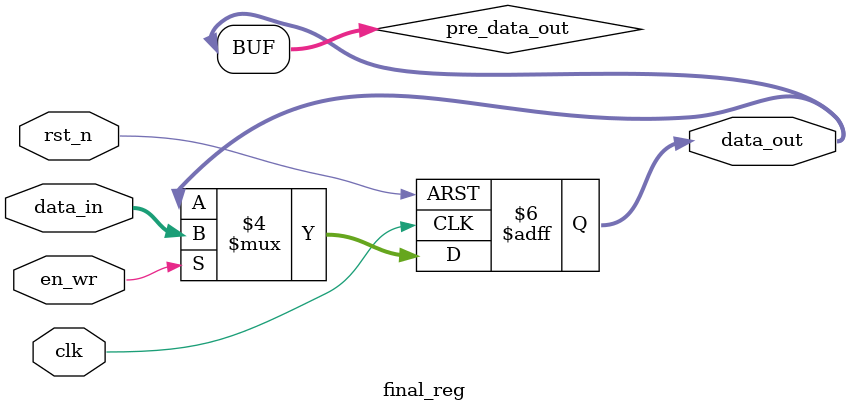
<source format=v>
module final_mem_control (  clk, rst_n
                          , en_wr
                          , input_final_reg 
                          , output_final_reg_0 
                          , output_final_reg_1 
                          , output_final_reg_2 
                          , output_final_reg_3 
                          , output_final_reg_4 
                          , output_final_reg_5 
                          , output_final_reg_6 
                          , output_final_reg_7 
                          , output_final_reg_8 
                          , output_final_reg_9 
                          , output_final_reg_10
                          , output_final_reg_11
                          , output_final_reg_12
                          , output_final_reg_13
                          , output_final_reg_14
                          , output_final_reg_15
                          , output_final_reg_16
                          , output_final_reg_17
                          , output_final_reg_18
                          , output_final_reg_19
                         );

//Parameter 
parameter DATA_WIDTH = 32;
parameter HIDDEN_NEURAL_NUM = 36; 
parameter OUT_NEURAL_NUM = 20; 

//Input
input clk;
input rst_n;
input [19:0]en_wr;
input [DATA_WIDTH-1:0] input_final_reg; 

//Output
output [DATA_WIDTH-1:0] output_final_reg_0 ;
output [DATA_WIDTH-1:0] output_final_reg_1 ;
output [DATA_WIDTH-1:0] output_final_reg_2 ;
output [DATA_WIDTH-1:0] output_final_reg_3 ;
output [DATA_WIDTH-1:0] output_final_reg_4 ;
output [DATA_WIDTH-1:0] output_final_reg_5 ;
output [DATA_WIDTH-1:0] output_final_reg_6 ;
output [DATA_WIDTH-1:0] output_final_reg_7 ;
output [DATA_WIDTH-1:0] output_final_reg_8 ;
output [DATA_WIDTH-1:0] output_final_reg_9 ;
output [DATA_WIDTH-1:0] output_final_reg_10;
output [DATA_WIDTH-1:0] output_final_reg_11;
output [DATA_WIDTH-1:0] output_final_reg_12;
output [DATA_WIDTH-1:0] output_final_reg_13;
output [DATA_WIDTH-1:0] output_final_reg_14;
output [DATA_WIDTH-1:0] output_final_reg_15;
output [DATA_WIDTH-1:0] output_final_reg_16;
output [DATA_WIDTH-1:0] output_final_reg_17;
output [DATA_WIDTH-1:0] output_final_reg_18;
output [DATA_WIDTH-1:0] output_final_reg_19;

wire [DATA_WIDTH-1:0] output_final_reg_0 ;
wire [DATA_WIDTH-1:0] output_final_reg_1 ;
wire [DATA_WIDTH-1:0] output_final_reg_2 ;
wire [DATA_WIDTH-1:0] output_final_reg_3 ;
wire [DATA_WIDTH-1:0] output_final_reg_4 ;
wire [DATA_WIDTH-1:0] output_final_reg_5 ;
wire [DATA_WIDTH-1:0] output_final_reg_6 ;
wire [DATA_WIDTH-1:0] output_final_reg_7 ;
wire [DATA_WIDTH-1:0] output_final_reg_8 ;
wire [DATA_WIDTH-1:0] output_final_reg_9 ;
wire [DATA_WIDTH-1:0] output_final_reg_10;
wire [DATA_WIDTH-1:0] output_final_reg_11;
wire [DATA_WIDTH-1:0] output_final_reg_12;
wire [DATA_WIDTH-1:0] output_final_reg_13;
wire [DATA_WIDTH-1:0] output_final_reg_14;
wire [DATA_WIDTH-1:0] output_final_reg_15;
wire [DATA_WIDTH-1:0] output_final_reg_16;
wire [DATA_WIDTH-1:0] output_final_reg_17;
wire [DATA_WIDTH-1:0] output_final_reg_18;
wire [DATA_WIDTH-1:0] output_final_reg_19;

final_reg final_reg_1  (.clk(clk), .rst_n(rst_n), .en_wr(en_wr[0]),  .data_in(input_final_reg), .data_out(output_final_reg_0 )); 
final_reg final_reg_2  (.clk(clk), .rst_n(rst_n), .en_wr(en_wr[1]),  .data_in(input_final_reg), .data_out(output_final_reg_1 ));
final_reg final_reg_3  (.clk(clk), .rst_n(rst_n), .en_wr(en_wr[2]),  .data_in(input_final_reg), .data_out(output_final_reg_2 ));
final_reg final_reg_4  (.clk(clk), .rst_n(rst_n), .en_wr(en_wr[3]),  .data_in(input_final_reg), .data_out(output_final_reg_3 ));
final_reg final_reg_5  (.clk(clk), .rst_n(rst_n), .en_wr(en_wr[4]),  .data_in(input_final_reg), .data_out(output_final_reg_4 ));
final_reg final_reg_6  (.clk(clk), .rst_n(rst_n), .en_wr(en_wr[5]),  .data_in(input_final_reg), .data_out(output_final_reg_5 ));
final_reg final_reg_7  (.clk(clk), .rst_n(rst_n), .en_wr(en_wr[6]),  .data_in(input_final_reg), .data_out(output_final_reg_6 ));
final_reg final_reg_8  (.clk(clk), .rst_n(rst_n), .en_wr(en_wr[7]),  .data_in(input_final_reg), .data_out(output_final_reg_7 ));
final_reg final_reg_9  (.clk(clk), .rst_n(rst_n), .en_wr(en_wr[8]),  .data_in(input_final_reg), .data_out(output_final_reg_8 ));
final_reg final_reg_10 (.clk(clk), .rst_n(rst_n), .en_wr(en_wr[9]),  .data_in(input_final_reg), .data_out(output_final_reg_9 ));
final_reg final_reg_11 (.clk(clk), .rst_n(rst_n), .en_wr(en_wr[10]), .data_in(input_final_reg), .data_out(output_final_reg_10));
final_reg final_reg_12 (.clk(clk), .rst_n(rst_n), .en_wr(en_wr[11]), .data_in(input_final_reg), .data_out(output_final_reg_11));
final_reg final_reg_13 (.clk(clk), .rst_n(rst_n), .en_wr(en_wr[12]), .data_in(input_final_reg), .data_out(output_final_reg_12));
final_reg final_reg_14 (.clk(clk), .rst_n(rst_n), .en_wr(en_wr[13]), .data_in(input_final_reg), .data_out(output_final_reg_13));
final_reg final_reg_15 (.clk(clk), .rst_n(rst_n), .en_wr(en_wr[14]), .data_in(input_final_reg), .data_out(output_final_reg_14));
final_reg final_reg_16 (.clk(clk), .rst_n(rst_n), .en_wr(en_wr[15]), .data_in(input_final_reg), .data_out(output_final_reg_15));
final_reg final_reg_17 (.clk(clk), .rst_n(rst_n), .en_wr(en_wr[16]), .data_in(input_final_reg), .data_out(output_final_reg_16));
final_reg final_reg_18 (.clk(clk), .rst_n(rst_n), .en_wr(en_wr[17]), .data_in(input_final_reg), .data_out(output_final_reg_17));
final_reg final_reg_19 (.clk(clk), .rst_n(rst_n), .en_wr(en_wr[18]), .data_in(input_final_reg), .data_out(output_final_reg_18));
final_reg final_reg_20 (.clk(clk), .rst_n(rst_n), .en_wr(en_wr[19]), .data_in(input_final_reg), .data_out(output_final_reg_19));

endmodule

module final_reg (clk, rst_n, en_wr, data_in, data_out);
parameter DATA_WIDTH = 32;
input clk;
input rst_n;
input en_wr;
input [DATA_WIDTH-1:0]data_in;

output [DATA_WIDTH-1:0]data_out;
reg    [DATA_WIDTH-1:0]data_out;
wire   [DATA_WIDTH-1:0]pre_data_out;

always@(posedge clk or negedge rst_n) begin
    if(!rst_n) begin
        data_out <= 0;
    end
    else if(en_wr)begin
        data_out <= data_in;
    end
    else begin
        data_out <= pre_data_out;
    end
end
assign pre_data_out = data_out;

endmodule

</source>
